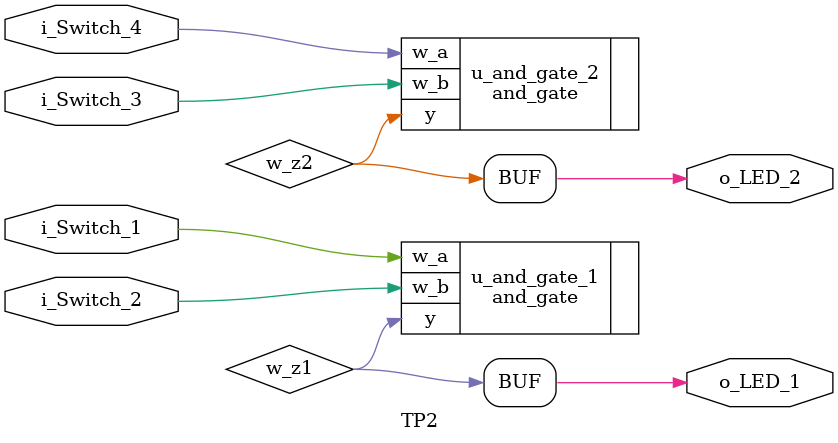
<source format=v>
module TP2
    (input i_Switch_1,
    input i_Switch_2,
    input i_Switch_3,
    input i_Switch_4,
    output o_LED_1,
    output o_LED_2);

    wire w_z1, w_z2;

    and_gate u_and_gate_1(
        .w_a(i_Switch_1),
        .w_b(i_Switch_2),
        .y(w_z1)
    );


    assign o_LED_1 = w_z1;

    and_gate u_and_gate_2(
        .w_a(i_Switch_4),
        .w_b(i_Switch_3),
        .y(w_z2)
    );

    assign o_LED_2 = w_z2;
endmodule
</source>
